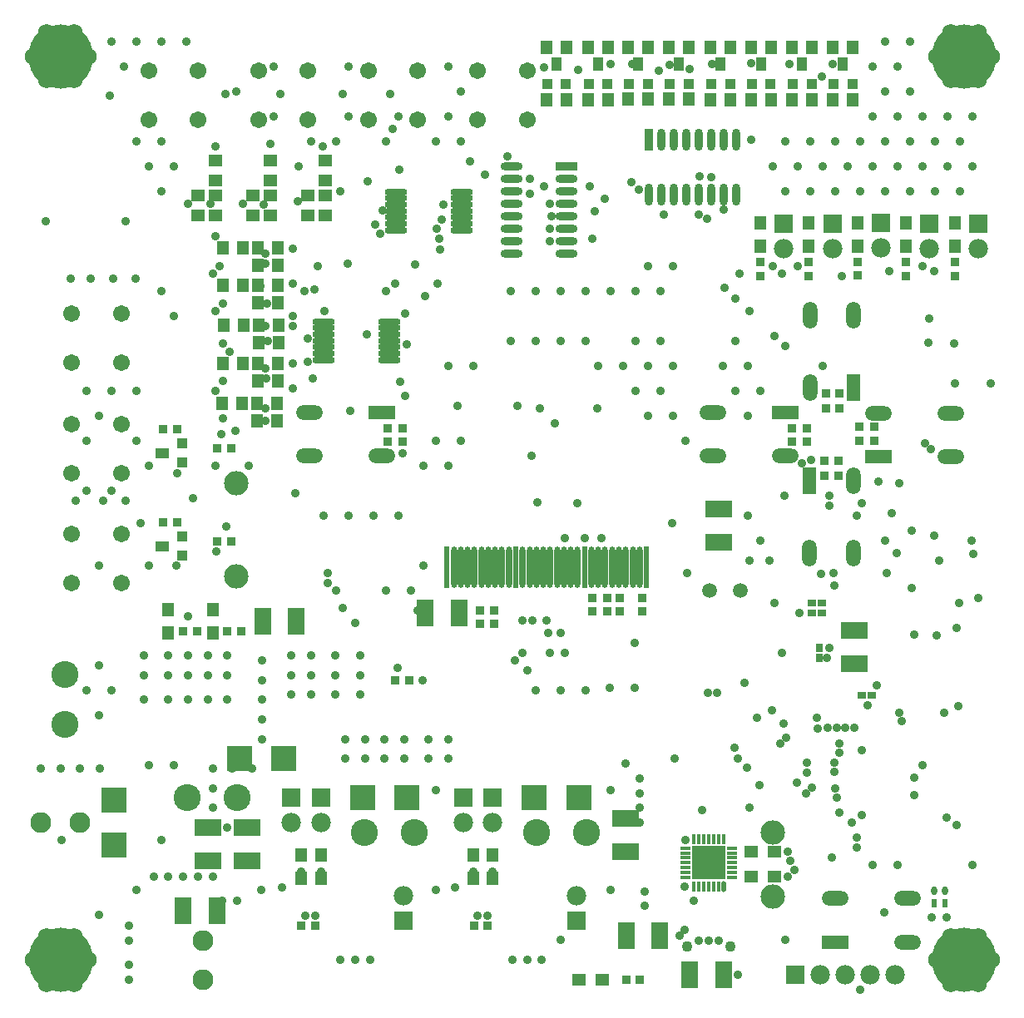
<source format=gbs>
%FSLAX24Y24*%
%MOIN*%
G70*
G01*
G75*
G04 Layer_Color=16711935*
%ADD10O,0.0709X0.0118*%
%ADD11O,0.0118X0.0709*%
%ADD12R,0.0571X0.0787*%
%ADD13R,0.0571X0.0354*%
%ADD14R,0.0315X0.0591*%
%ADD15R,0.0500X0.0360*%
%ADD16R,0.0360X0.0360*%
%ADD17R,0.0360X0.0500*%
%ADD18R,0.0360X0.0360*%
%ADD19R,0.0200X0.0500*%
%ADD20O,0.0394X0.1220*%
%ADD21R,0.0394X0.1220*%
%ADD22R,0.0200X0.0250*%
%ADD23R,0.0300X0.0300*%
%ADD24R,0.0236X0.0165*%
%ADD25R,0.0600X0.1000*%
%ADD26R,0.1000X0.0600*%
%ADD27R,0.0197X0.0906*%
%ADD28R,0.0787X0.0787*%
%ADD29R,0.0787X0.0984*%
%ADD30C,0.0500*%
%ADD31R,0.1181X0.0866*%
%ADD32R,0.0300X0.0300*%
%ADD33R,0.0866X0.1181*%
%ADD34O,0.0236X0.0866*%
%ADD35R,0.0590X0.0790*%
%ADD36R,0.1500X0.0790*%
%ADD37O,0.1220X0.0394*%
%ADD38R,0.1220X0.0394*%
%ADD39R,0.0787X0.0512*%
G04:AMPARAMS|DCode=40|XSize=78.7mil|YSize=51.2mil|CornerRadius=12.8mil|HoleSize=0mil|Usage=FLASHONLY|Rotation=180.000|XOffset=0mil|YOffset=0mil|HoleType=Round|Shape=RoundedRectangle|*
%AMROUNDEDRECTD40*
21,1,0.0787,0.0256,0,0,180.0*
21,1,0.0532,0.0512,0,0,180.0*
1,1,0.0256,-0.0266,0.0128*
1,1,0.0256,0.0266,0.0128*
1,1,0.0256,0.0266,-0.0128*
1,1,0.0256,-0.0266,-0.0128*
%
%ADD40ROUNDEDRECTD40*%
%ADD41C,0.0400*%
%ADD42C,0.0100*%
%ADD43C,0.0150*%
%ADD44C,0.0120*%
%ADD45C,0.0800*%
%ADD46C,0.1000*%
%ADD47C,0.0200*%
%ADD48C,0.0300*%
%ADD49C,0.0700*%
%ADD50C,0.0500*%
%ADD51C,0.0250*%
%ADD52C,0.0600*%
%ADD53R,0.4331X0.2953*%
%ADD54R,0.2362X0.2165*%
%ADD55R,0.3740X0.2953*%
%ADD56R,0.1378X0.0984*%
%ADD57R,0.5315X0.1378*%
%ADD58R,0.0591X0.0787*%
%ADD59R,0.0800X0.0800*%
%ADD60R,0.2510X0.3090*%
%ADD61R,0.0700X0.0700*%
%ADD62C,0.0700*%
%ADD63C,0.0591*%
%ADD64C,0.0900*%
%ADD65C,0.0354*%
%ADD66C,0.1000*%
%ADD67R,0.0700X0.0700*%
%ADD68C,0.0600*%
%ADD69C,0.2500*%
%ADD70C,0.0757*%
%ADD71C,0.0512*%
%ADD72C,0.0276*%
%ADD73R,0.0433X0.0492*%
%ADD74O,0.0800X0.0240*%
%ADD75R,0.0800X0.0240*%
%ADD76O,0.0240X0.0800*%
%ADD77R,0.0240X0.0800*%
%ADD78O,0.0827X0.0177*%
%ADD79O,0.0500X0.1000*%
%ADD80R,0.0500X0.1000*%
%ADD81O,0.1000X0.0500*%
%ADD82R,0.1000X0.0500*%
%ADD83R,0.0400X0.0500*%
%ADD84R,0.0500X0.0400*%
%ADD85R,0.0492X0.0433*%
%ADD86R,0.1280X0.1280*%
G04:AMPARAMS|DCode=87|XSize=9.8mil|YSize=35.4mil|CornerRadius=2.5mil|HoleSize=0mil|Usage=FLASHONLY|Rotation=0.000|XOffset=0mil|YOffset=0mil|HoleType=Round|Shape=RoundedRectangle|*
%AMROUNDEDRECTD87*
21,1,0.0098,0.0305,0,0,0.0*
21,1,0.0049,0.0354,0,0,0.0*
1,1,0.0049,0.0025,-0.0153*
1,1,0.0049,-0.0025,-0.0153*
1,1,0.0049,-0.0025,0.0153*
1,1,0.0049,0.0025,0.0153*
%
%ADD87ROUNDEDRECTD87*%
%ADD88R,0.0098X0.0354*%
%ADD89R,0.0354X0.0098*%
%ADD90R,0.0157X0.1575*%
%ADD91O,0.0157X0.1575*%
%ADD92R,0.0906X0.0906*%
%ADD93R,0.0906X0.0906*%
%ADD94R,0.0250X0.0200*%
%ADD95R,0.0157X0.0276*%
%ADD96O,0.0157X0.0276*%
%ADD97R,0.2362X0.3543*%
%ADD98R,0.5315X0.1575*%
%ADD99C,0.0040*%
%ADD100C,0.0098*%
%ADD101C,0.0236*%
%ADD102C,0.0050*%
%ADD103C,0.0079*%
%ADD104C,0.0060*%
%ADD105C,0.0080*%
%ADD106C,0.0059*%
%ADD107R,0.0197X0.0300*%
%ADD108R,0.0996X0.1000*%
%ADD109R,0.1000X0.0996*%
%ADD110O,0.0789X0.0198*%
%ADD111O,0.0198X0.0789*%
%ADD112R,0.0651X0.0867*%
%ADD113R,0.0651X0.0434*%
%ADD114R,0.0395X0.0671*%
%ADD115R,0.0580X0.0440*%
%ADD116R,0.0440X0.0440*%
%ADD117R,0.0440X0.0580*%
%ADD118R,0.0440X0.0440*%
%ADD119R,0.0280X0.0580*%
%ADD120O,0.0474X0.1300*%
%ADD121R,0.0474X0.1300*%
%ADD122R,0.0280X0.0330*%
%ADD123R,0.0380X0.0380*%
%ADD124R,0.0316X0.0245*%
%ADD125R,0.0680X0.1080*%
%ADD126R,0.1080X0.0680*%
%ADD127R,0.0277X0.0986*%
%ADD128R,0.0867X0.0867*%
%ADD129R,0.0867X0.1064*%
%ADD130C,0.0580*%
%ADD131R,0.1261X0.0946*%
%ADD132R,0.0380X0.0380*%
%ADD133R,0.0946X0.1261*%
%ADD134O,0.0316X0.0946*%
%ADD135R,0.0670X0.0870*%
%ADD136R,0.1580X0.0870*%
%ADD137O,0.1300X0.0474*%
%ADD138R,0.1300X0.0474*%
%ADD139R,0.0867X0.0592*%
G04:AMPARAMS|DCode=140|XSize=86.7mil|YSize=59.2mil|CornerRadius=16.8mil|HoleSize=0mil|Usage=FLASHONLY|Rotation=180.000|XOffset=0mil|YOffset=0mil|HoleType=Round|Shape=RoundedRectangle|*
%AMROUNDEDRECTD140*
21,1,0.0867,0.0256,0,0,180.0*
21,1,0.0532,0.0592,0,0,180.0*
1,1,0.0336,-0.0266,0.0128*
1,1,0.0336,0.0266,0.0128*
1,1,0.0336,0.0266,-0.0128*
1,1,0.0336,-0.0266,-0.0128*
%
%ADD140ROUNDEDRECTD140*%
%ADD141R,0.0780X0.0780*%
%ADD142C,0.0780*%
%ADD143C,0.0671*%
%ADD144C,0.0980*%
%ADD145C,0.0434*%
%ADD146C,0.1080*%
%ADD147R,0.0780X0.0780*%
%ADD148C,0.0680*%
%ADD149C,0.2580*%
%ADD150C,0.0837*%
%ADD151C,0.0592*%
%ADD152C,0.0356*%
%ADD153R,0.0513X0.0572*%
%ADD154O,0.0880X0.0320*%
%ADD155R,0.0880X0.0320*%
%ADD156O,0.0320X0.0880*%
%ADD157R,0.0320X0.0880*%
%ADD158O,0.0907X0.0257*%
%ADD159O,0.0580X0.1080*%
%ADD160R,0.0580X0.1080*%
%ADD161O,0.1080X0.0580*%
%ADD162R,0.1080X0.0580*%
%ADD163R,0.0480X0.0580*%
%ADD164R,0.0580X0.0480*%
%ADD165R,0.0572X0.0513*%
%ADD166R,0.1360X0.1360*%
G04:AMPARAMS|DCode=167|XSize=17.8mil|YSize=43.4mil|CornerRadius=6.5mil|HoleSize=0mil|Usage=FLASHONLY|Rotation=0.000|XOffset=0mil|YOffset=0mil|HoleType=Round|Shape=RoundedRectangle|*
%AMROUNDEDRECTD167*
21,1,0.0178,0.0305,0,0,0.0*
21,1,0.0049,0.0434,0,0,0.0*
1,1,0.0129,0.0025,-0.0153*
1,1,0.0129,-0.0025,-0.0153*
1,1,0.0129,-0.0025,0.0153*
1,1,0.0129,0.0025,0.0153*
%
%ADD167ROUNDEDRECTD167*%
%ADD168R,0.0178X0.0434*%
%ADD169R,0.0434X0.0178*%
%ADD170R,0.0237X0.1655*%
%ADD171O,0.0237X0.1655*%
%ADD172R,0.0986X0.0986*%
%ADD173R,0.0986X0.0986*%
%ADD174R,0.0330X0.0280*%
%ADD175R,0.0237X0.0356*%
%ADD176O,0.0237X0.0356*%
D115*
X5649Y18163D02*
D03*
Y21894D02*
D03*
D116*
X6449Y18543D02*
D03*
Y17793D02*
D03*
Y22274D02*
D03*
Y21524D02*
D03*
D117*
X21458Y37486D02*
D03*
X23112D02*
D03*
X24740Y37498D02*
D03*
X26373Y37495D02*
D03*
X28033Y37486D02*
D03*
X29647D02*
D03*
X31301D02*
D03*
X32939Y37485D02*
D03*
D118*
X21088Y36686D02*
D03*
X21838D02*
D03*
X22742D02*
D03*
X23492D02*
D03*
X24370Y36698D02*
D03*
X25120D02*
D03*
X26003Y36695D02*
D03*
X26753D02*
D03*
X27663Y36686D02*
D03*
X28413D02*
D03*
X29277D02*
D03*
X30027D02*
D03*
X30931D02*
D03*
X31681D02*
D03*
X32569Y36685D02*
D03*
X33319D02*
D03*
D122*
X32000Y13700D02*
D03*
Y14100D02*
D03*
D123*
X32200Y21600D02*
D03*
X32750D02*
D03*
X32200Y21000D02*
D03*
X32750D02*
D03*
X32800Y23700D02*
D03*
X32250D02*
D03*
X32800Y24300D02*
D03*
X32250D02*
D03*
X24803Y787D02*
D03*
X24253D02*
D03*
X8417Y18346D02*
D03*
X7867D02*
D03*
X6252Y19133D02*
D03*
X5702D02*
D03*
X6252Y22864D02*
D03*
X5702D02*
D03*
X8417Y22077D02*
D03*
X7867D02*
D03*
X18151Y2953D02*
D03*
X18701D02*
D03*
X11230Y2953D02*
D03*
X11780D02*
D03*
X15001Y12795D02*
D03*
X15551D02*
D03*
X7046Y14764D02*
D03*
X6496D02*
D03*
X8818D02*
D03*
X8268D02*
D03*
D125*
X16200Y15500D02*
D03*
X17550D02*
D03*
X25591Y2559D02*
D03*
X24241D02*
D03*
X26800Y984D02*
D03*
X28150D02*
D03*
X6496Y3543D02*
D03*
X7846D02*
D03*
X11024Y15157D02*
D03*
X9674D02*
D03*
D126*
X27953Y18307D02*
D03*
Y19657D02*
D03*
X24213Y5906D02*
D03*
Y7256D02*
D03*
X7480Y6890D02*
D03*
Y5540D02*
D03*
X9055D02*
D03*
Y6890D02*
D03*
X33400Y14800D02*
D03*
Y13450D02*
D03*
D132*
X35450Y29545D02*
D03*
X37410Y29550D02*
D03*
X33510Y29555D02*
D03*
X31560Y29550D02*
D03*
X29610D02*
D03*
X23500Y16100D02*
D03*
Y15550D02*
D03*
X24000D02*
D03*
Y16100D02*
D03*
X18950Y15600D02*
D03*
Y15050D02*
D03*
X24900Y16100D02*
D03*
Y15550D02*
D03*
X22900Y16100D02*
D03*
Y15550D02*
D03*
X18400Y15050D02*
D03*
Y15600D02*
D03*
X15300Y22900D02*
D03*
Y22350D02*
D03*
X33600Y22400D02*
D03*
Y22950D02*
D03*
X31500Y22900D02*
D03*
Y22350D02*
D03*
X14700Y22900D02*
D03*
Y22350D02*
D03*
X34200Y22400D02*
D03*
Y22950D02*
D03*
X30900Y22900D02*
D03*
Y22350D02*
D03*
X37410Y29000D02*
D03*
X31560D02*
D03*
X29610D02*
D03*
X33510Y29005D02*
D03*
X35450Y28995D02*
D03*
D141*
X36400Y31095D02*
D03*
X38360Y31100D02*
D03*
X34460Y31105D02*
D03*
X32510Y31100D02*
D03*
X30560D02*
D03*
X22244Y3150D02*
D03*
X15323Y3150D02*
D03*
X18898Y8071D02*
D03*
X17717D02*
D03*
X10827D02*
D03*
X12008D02*
D03*
D142*
X36400Y30095D02*
D03*
X38360Y30100D02*
D03*
X34460Y30105D02*
D03*
X32510Y30100D02*
D03*
X30560D02*
D03*
X35033Y988D02*
D03*
X22244Y4150D02*
D03*
X15323Y4150D02*
D03*
X18898Y7071D02*
D03*
X17717D02*
D03*
X10827D02*
D03*
X12008D02*
D03*
X34033Y988D02*
D03*
X33033Y988D02*
D03*
X32033Y988D02*
D03*
D143*
X5118Y37205D02*
D03*
X7087D02*
D03*
Y35236D02*
D03*
X5118D02*
D03*
X9528D02*
D03*
Y37205D02*
D03*
X11496D02*
D03*
Y35236D02*
D03*
X15906D02*
D03*
Y37205D02*
D03*
X13937D02*
D03*
Y35236D02*
D03*
X18307Y37205D02*
D03*
X20276D02*
D03*
Y35236D02*
D03*
X18307D02*
D03*
X2040Y16685D02*
D03*
Y18654D02*
D03*
X4008D02*
D03*
Y16685D02*
D03*
Y21095D02*
D03*
X2040D02*
D03*
Y23063D02*
D03*
X4008D02*
D03*
Y27473D02*
D03*
X2040D02*
D03*
Y25504D02*
D03*
X4008D02*
D03*
D144*
X30118Y6693D02*
D03*
Y4134D02*
D03*
X8614Y16968D02*
D03*
Y20699D02*
D03*
D145*
X28425Y2126D02*
D03*
X26693D02*
D03*
D146*
X1772Y11024D02*
D03*
Y13024D02*
D03*
X15748Y6693D02*
D03*
X13748D02*
D03*
X22669Y6693D02*
D03*
X20669D02*
D03*
X8661Y8071D02*
D03*
X6661D02*
D03*
D147*
X31033Y988D02*
D03*
D148*
X37245Y38748D02*
D03*
X38345D02*
D03*
X38895Y37795D02*
D03*
X38345Y36843D02*
D03*
X37245D02*
D03*
X36695Y37795D02*
D03*
X37245Y2527D02*
D03*
X38345D02*
D03*
X38895Y1575D02*
D03*
X38345Y622D02*
D03*
X37245D02*
D03*
X36695Y1575D02*
D03*
X1025Y38748D02*
D03*
X2125D02*
D03*
X2675Y37795D02*
D03*
X2125Y36843D02*
D03*
X1025D02*
D03*
X475Y37795D02*
D03*
X1025Y2527D02*
D03*
X2125D02*
D03*
X2675Y1575D02*
D03*
X2125Y622D02*
D03*
X1025D02*
D03*
X475Y1575D02*
D03*
D149*
X37795Y37795D02*
D03*
Y1575D02*
D03*
X1575Y37795D02*
D03*
Y1575D02*
D03*
D150*
X2362Y7087D02*
D03*
X787D02*
D03*
X7283Y2362D02*
D03*
Y787D02*
D03*
D151*
X27590Y16400D02*
D03*
X28810D02*
D03*
D152*
X38122Y35402D02*
D03*
X37622Y34402D02*
D03*
X38122Y33402D02*
D03*
X37622Y32402D02*
D03*
X38122Y5402D02*
D03*
X37122Y35402D02*
D03*
X36622Y34402D02*
D03*
X37122Y33402D02*
D03*
X36622Y32402D02*
D03*
X35622Y38402D02*
D03*
Y36402D02*
D03*
X36122Y35402D02*
D03*
X35622Y34402D02*
D03*
X36122Y33402D02*
D03*
X35622Y32402D02*
D03*
X36122Y29402D02*
D03*
Y9402D02*
D03*
X34622Y38402D02*
D03*
X35122Y37402D02*
D03*
X34622Y36402D02*
D03*
X35122Y35402D02*
D03*
X34622Y34402D02*
D03*
X35122Y33402D02*
D03*
X34622Y32402D02*
D03*
Y18402D02*
D03*
X35122Y5402D02*
D03*
X34122Y37402D02*
D03*
Y35402D02*
D03*
X33622Y34402D02*
D03*
X34122Y33402D02*
D03*
X33622Y32402D02*
D03*
X34122Y5402D02*
D03*
X33622Y402D02*
D03*
X32622Y34402D02*
D03*
X33122Y33402D02*
D03*
X32622Y32402D02*
D03*
X31622Y34402D02*
D03*
X32122Y33402D02*
D03*
X31622Y32402D02*
D03*
X32122Y25402D02*
D03*
X30622Y34402D02*
D03*
X31122Y33402D02*
D03*
X30622Y32402D02*
D03*
X31122Y29402D02*
D03*
X30622Y2402D02*
D03*
X30122Y33402D02*
D03*
Y29402D02*
D03*
X29622Y24402D02*
D03*
Y18402D02*
D03*
X28622Y26402D02*
D03*
X29122Y25402D02*
D03*
X28622Y24402D02*
D03*
X29122Y23402D02*
D03*
Y19402D02*
D03*
X28122Y25402D02*
D03*
X26622Y22402D02*
D03*
Y6402D02*
D03*
X26122Y29402D02*
D03*
X25622Y28402D02*
D03*
Y26402D02*
D03*
X26122Y25402D02*
D03*
X25622Y24402D02*
D03*
X26122Y23402D02*
D03*
X25122Y29402D02*
D03*
X24622Y28402D02*
D03*
Y26402D02*
D03*
X25122Y25402D02*
D03*
X24622Y24402D02*
D03*
X25122Y23402D02*
D03*
X23622Y28402D02*
D03*
X24122Y25402D02*
D03*
X23622Y8402D02*
D03*
Y4402D02*
D03*
X22622Y28402D02*
D03*
Y26402D02*
D03*
X23122Y25402D02*
D03*
X22622Y12402D02*
D03*
X21622Y28402D02*
D03*
Y26402D02*
D03*
Y12402D02*
D03*
Y2402D02*
D03*
X20622Y28402D02*
D03*
Y26402D02*
D03*
Y12402D02*
D03*
X19622Y28402D02*
D03*
Y26402D02*
D03*
X17622Y36402D02*
D03*
Y34402D02*
D03*
X18122Y25402D02*
D03*
X17622Y22402D02*
D03*
X17122Y37402D02*
D03*
Y35402D02*
D03*
X16622Y34402D02*
D03*
X17122Y25402D02*
D03*
X16622Y22402D02*
D03*
X17122Y21402D02*
D03*
X16622Y8402D02*
D03*
Y4402D02*
D03*
X16122Y21402D02*
D03*
Y17402D02*
D03*
X15622Y16402D02*
D03*
X15122Y35402D02*
D03*
X14622Y34402D02*
D03*
Y28402D02*
D03*
X15122Y19402D02*
D03*
X14622Y16402D02*
D03*
X14122Y19402D02*
D03*
X13122Y37402D02*
D03*
Y35402D02*
D03*
X12622Y34402D02*
D03*
X13122Y19402D02*
D03*
X12622Y16402D02*
D03*
X11622Y34402D02*
D03*
X12122Y19402D02*
D03*
X11122Y33402D02*
D03*
X10122Y37402D02*
D03*
Y35402D02*
D03*
X9622Y4402D02*
D03*
X8622Y36402D02*
D03*
X9122Y21402D02*
D03*
X6622Y38402D02*
D03*
X5622D02*
D03*
Y34402D02*
D03*
X6122Y33402D02*
D03*
X5622Y32402D02*
D03*
Y28402D02*
D03*
X6122Y27402D02*
D03*
Y9402D02*
D03*
X5622Y6402D02*
D03*
X4622Y38402D02*
D03*
Y34402D02*
D03*
X5122Y33402D02*
D03*
X4622Y24402D02*
D03*
Y22402D02*
D03*
X5122Y21402D02*
D03*
Y17402D02*
D03*
Y9402D02*
D03*
X4622Y4402D02*
D03*
X3622Y38402D02*
D03*
X4122Y37402D02*
D03*
X3622Y24402D02*
D03*
Y20402D02*
D03*
Y12402D02*
D03*
X2622Y24402D02*
D03*
X3122Y23402D02*
D03*
X2622Y22402D02*
D03*
Y20402D02*
D03*
X3122Y17402D02*
D03*
Y13402D02*
D03*
X2622Y12402D02*
D03*
X3122Y11402D02*
D03*
Y3402D02*
D03*
X1622Y6402D02*
D03*
X33700Y10000D02*
D03*
X4200Y31200D02*
D03*
X11700Y24900D02*
D03*
X30100Y11600D02*
D03*
X29500Y11300D02*
D03*
X13400Y15100D02*
D03*
X12900Y15700D02*
D03*
X34800Y29200D02*
D03*
X36600D02*
D03*
X30500Y29100D02*
D03*
X14900Y34900D02*
D03*
X8200Y36300D02*
D03*
X10400D02*
D03*
X12900D02*
D03*
X14800D02*
D03*
X11900Y29400D02*
D03*
X13100Y29500D02*
D03*
X15000Y28700D02*
D03*
X16200Y28200D02*
D03*
X16700Y28700D02*
D03*
X4800Y19100D02*
D03*
X4200Y20000D02*
D03*
X3300D02*
D03*
X2200D02*
D03*
X35800Y8900D02*
D03*
Y8200D02*
D03*
X29100Y9300D02*
D03*
X31100Y8700D02*
D03*
X23000Y31600D02*
D03*
X23400Y32100D02*
D03*
X22800Y32600D02*
D03*
X37500Y7000D02*
D03*
X33500Y6100D02*
D03*
X27532Y12300D02*
D03*
X37100Y7300D02*
D03*
X33500Y6500D02*
D03*
X27888Y12300D02*
D03*
X37500Y14900D02*
D03*
X36700Y14600D02*
D03*
X36400Y27300D02*
D03*
X30612Y26188D02*
D03*
X35790Y14610D02*
D03*
X32570Y17090D02*
D03*
X38350Y16080D02*
D03*
X37550Y11750D02*
D03*
X24590Y12490D02*
D03*
X23580Y12480D02*
D03*
X21630Y14670D02*
D03*
X21134Y14676D02*
D03*
X20098Y15192D02*
D03*
X21060Y15200D02*
D03*
X31940Y10860D02*
D03*
X32680Y8090D02*
D03*
X16940Y31840D02*
D03*
X33920Y11800D02*
D03*
X27150Y31450D02*
D03*
X31300Y21500D02*
D03*
X31650Y21630D02*
D03*
X27650Y32950D02*
D03*
X27502Y31299D02*
D03*
X24750Y32450D02*
D03*
X27200Y33000D02*
D03*
X24450Y32750D02*
D03*
X20950Y32600D02*
D03*
X35200Y20700D02*
D03*
X32043Y17055D02*
D03*
X32600Y16600D02*
D03*
X30831Y5550D02*
D03*
X30709Y5906D02*
D03*
X32640Y8460D02*
D03*
X31490Y9100D02*
D03*
X37000Y11500D02*
D03*
X33300Y7100D02*
D03*
X35300Y11139D02*
D03*
X35200Y11500D02*
D03*
X36462Y22038D02*
D03*
X38100Y18400D02*
D03*
X34349Y20749D02*
D03*
X32800Y7500D02*
D03*
X33700Y7400D02*
D03*
X37400Y26300D02*
D03*
X36350Y26330D02*
D03*
X26100Y19100D02*
D03*
X24600Y14300D02*
D03*
X36800Y17600D02*
D03*
X37600Y15900D02*
D03*
X38167Y17840D02*
D03*
X30560Y11040D02*
D03*
X30662Y10502D02*
D03*
X30411Y10251D02*
D03*
X32800Y9884D02*
D03*
Y10240D02*
D03*
X31486Y9488D02*
D03*
X32325Y10900D02*
D03*
X32600Y9132D02*
D03*
Y9488D02*
D03*
X32681Y10900D02*
D03*
X33392D02*
D03*
X31900Y11300D02*
D03*
X33037Y10900D02*
D03*
X36211Y22289D02*
D03*
X38851Y24700D02*
D03*
X12300Y16700D02*
D03*
Y17100D02*
D03*
X15100Y13300D02*
D03*
X28708Y9668D02*
D03*
X28600Y10100D02*
D03*
X29600Y8600D02*
D03*
X31449Y8249D02*
D03*
X31700Y8500D02*
D03*
X31000Y5196D02*
D03*
X29000Y12700D02*
D03*
X34700Y17100D02*
D03*
X37100Y3300D02*
D03*
X36500D02*
D03*
X30200Y15900D02*
D03*
X30000Y17600D02*
D03*
X30600Y20200D02*
D03*
X32900Y29000D02*
D03*
X35100Y17900D02*
D03*
X35700Y16500D02*
D03*
X27300Y7600D02*
D03*
X29200Y7700D02*
D03*
X32500Y5700D02*
D03*
X34300Y12600D02*
D03*
X19800Y13600D02*
D03*
X32400Y14100D02*
D03*
X32300Y13700D02*
D03*
X20450Y21800D02*
D03*
X25750Y31450D02*
D03*
X20400Y32300D02*
D03*
X15450Y26250D02*
D03*
X15400Y27500D02*
D03*
X13850Y26656D02*
D03*
X15800Y29450D02*
D03*
X16650Y30900D02*
D03*
X16850Y31250D02*
D03*
X16750Y30500D02*
D03*
X16800Y30050D02*
D03*
X21200Y30400D02*
D03*
Y30900D02*
D03*
X11500Y26500D02*
D03*
X11750Y28450D02*
D03*
X21250Y31400D02*
D03*
X11500Y25550D02*
D03*
X9829Y24871D02*
D03*
X10875Y25475D02*
D03*
X10900Y28700D02*
D03*
X12150Y27600D02*
D03*
X21200Y31900D02*
D03*
X20400Y32900D02*
D03*
X18600Y33050D02*
D03*
X14400Y30700D02*
D03*
X19500Y33800D02*
D03*
X24500Y37500D02*
D03*
X18000Y33600D02*
D03*
X29250Y34450D02*
D03*
X15200Y24750D02*
D03*
X10900Y24500D02*
D03*
X15150Y33250D02*
D03*
X22600Y18500D02*
D03*
X23250D02*
D03*
X10900Y30100D02*
D03*
X8363Y25963D02*
D03*
X9800Y29900D02*
D03*
X9600Y28600D02*
D03*
X9800Y25300D02*
D03*
Y23700D02*
D03*
Y23200D02*
D03*
X9890Y26400D02*
D03*
X9800Y29500D02*
D03*
X8100Y27900D02*
D03*
Y24800D02*
D03*
X7800Y24400D02*
D03*
Y27600D02*
D03*
X2000Y28900D02*
D03*
X2800D02*
D03*
X3700D02*
D03*
X4600D02*
D03*
X3543Y36220D02*
D03*
X1000Y31200D02*
D03*
X6700Y31900D02*
D03*
X7800Y34200D02*
D03*
X12100D02*
D03*
X10000Y34300D02*
D03*
X32100Y37000D02*
D03*
X26800Y37300D02*
D03*
X32520Y37480D02*
D03*
X30787D02*
D03*
X29252Y37520D02*
D03*
X27677Y37480D02*
D03*
X25984Y37441D02*
D03*
X23622Y37480D02*
D03*
X20945Y37362D02*
D03*
X25551Y37229D02*
D03*
X22323Y37244D02*
D03*
X6890Y20079D02*
D03*
X6693Y15354D02*
D03*
X26969Y3937D02*
D03*
X30709Y4921D02*
D03*
X28740Y984D02*
D03*
X26378Y2559D02*
D03*
X26575Y2795D02*
D03*
X27953Y2362D02*
D03*
X27559D02*
D03*
X26575Y4528D02*
D03*
X27165Y2362D02*
D03*
X8208Y18950D02*
D03*
X7814Y17966D02*
D03*
X6239Y17375D02*
D03*
X6252Y21092D02*
D03*
X26181Y9646D02*
D03*
X25000Y3740D02*
D03*
Y4331D02*
D03*
X24213Y9449D02*
D03*
X24803Y7087D02*
D03*
Y7677D02*
D03*
Y8268D02*
D03*
Y8858D02*
D03*
X11780Y3346D02*
D03*
X11386D02*
D03*
X12795Y1575D02*
D03*
X13976D02*
D03*
X13386D02*
D03*
X11220Y5118D02*
D03*
X12008D02*
D03*
X4331Y2953D02*
D03*
Y1378D02*
D03*
Y787D02*
D03*
Y2362D02*
D03*
X8661Y3937D02*
D03*
X8071D02*
D03*
X10472Y4488D02*
D03*
X18307Y3346D02*
D03*
X18701D02*
D03*
X17394Y4488D02*
D03*
X18110Y5118D02*
D03*
X18898D02*
D03*
X20866Y1575D02*
D03*
X20276D02*
D03*
X19685D02*
D03*
X7677Y4921D02*
D03*
X7087D02*
D03*
X6496D02*
D03*
X5906D02*
D03*
X5315D02*
D03*
X787Y9252D02*
D03*
X1575D02*
D03*
X2362D02*
D03*
X3150D02*
D03*
X12992Y9646D02*
D03*
X13780D02*
D03*
X14567D02*
D03*
X15354D02*
D03*
X16339D02*
D03*
X17126D02*
D03*
Y10433D02*
D03*
X16339D02*
D03*
X15354D02*
D03*
X14567D02*
D03*
X13780D02*
D03*
X12992D02*
D03*
X13583Y13780D02*
D03*
Y12992D02*
D03*
Y12205D02*
D03*
X12598D02*
D03*
X11614D02*
D03*
X10827D02*
D03*
Y12992D02*
D03*
Y13780D02*
D03*
X11614D02*
D03*
Y12992D02*
D03*
X12598D02*
D03*
Y13780D02*
D03*
X8268Y12008D02*
D03*
X7480D02*
D03*
X6693D02*
D03*
X5906D02*
D03*
X4921D02*
D03*
Y12992D02*
D03*
X5906D02*
D03*
X6693D02*
D03*
X7480D02*
D03*
Y13780D02*
D03*
X6693D02*
D03*
X5906D02*
D03*
X4921D02*
D03*
X8268D02*
D03*
Y12992D02*
D03*
X9646Y13583D02*
D03*
Y12795D02*
D03*
Y12008D02*
D03*
Y11220D02*
D03*
Y10433D02*
D03*
X7677Y9252D02*
D03*
X8465D02*
D03*
X9252D02*
D03*
X7677Y8465D02*
D03*
Y7677D02*
D03*
X8268Y6890D02*
D03*
X11000Y20300D02*
D03*
X15300Y21900D02*
D03*
X15400Y24200D02*
D03*
X13200Y23600D02*
D03*
X20800Y23700D02*
D03*
X21400Y23100D02*
D03*
X19900Y23800D02*
D03*
X17500D02*
D03*
X23100Y23700D02*
D03*
X22900Y30500D02*
D03*
X28800Y29100D02*
D03*
X15900Y15600D02*
D03*
X34600Y3500D02*
D03*
X30200Y26600D02*
D03*
X37429Y24700D02*
D03*
X30500Y13900D02*
D03*
X31200Y15500D02*
D03*
X28150Y31650D02*
D03*
X7800Y21400D02*
D03*
X16100Y12800D02*
D03*
X26700Y17100D02*
D03*
X21200Y13900D02*
D03*
X20100D02*
D03*
X20300Y13200D02*
D03*
X21800Y13900D02*
D03*
X20500Y15200D02*
D03*
X36600Y18600D02*
D03*
X7950Y29400D02*
D03*
X11350Y28400D02*
D03*
X10900Y27000D02*
D03*
X9855Y27900D02*
D03*
X10900Y27400D02*
D03*
X7700Y29100D02*
D03*
X9800Y27000D02*
D03*
X12800Y32400D02*
D03*
X11100Y32000D02*
D03*
X9728Y31843D02*
D03*
X8100Y26300D02*
D03*
Y23300D02*
D03*
X8024Y22667D02*
D03*
X8600Y22800D02*
D03*
X8900Y31900D02*
D03*
X7600D02*
D03*
X7800Y30600D02*
D03*
X13879Y32800D02*
D03*
X14200Y31050D02*
D03*
X14500Y31605D02*
D03*
X32400Y20200D02*
D03*
Y19800D02*
D03*
X22300Y19900D02*
D03*
X20690Y19920D02*
D03*
X33500Y19400D02*
D03*
X21800Y18500D02*
D03*
X33700Y19900D02*
D03*
X34900Y19500D02*
D03*
X35700Y18800D02*
D03*
X29200Y17570D02*
D03*
X28190Y28520D02*
D03*
X28640Y28100D02*
D03*
X29200Y27570D02*
D03*
D153*
X35450Y31108D02*
D03*
Y30182D02*
D03*
X37410Y31113D02*
D03*
Y30187D02*
D03*
X33510Y31118D02*
D03*
Y30192D02*
D03*
X31560Y31113D02*
D03*
Y30187D02*
D03*
X29610Y31113D02*
D03*
Y30187D02*
D03*
X11220Y5778D02*
D03*
Y4852D02*
D03*
X18110Y5778D02*
D03*
Y4852D02*
D03*
X18898Y5778D02*
D03*
Y4852D02*
D03*
X12008Y5778D02*
D03*
Y4852D02*
D03*
X5906Y14695D02*
D03*
Y15620D02*
D03*
X7677Y14695D02*
D03*
Y15620D02*
D03*
D154*
X19650Y32400D02*
D03*
Y29900D02*
D03*
X21850Y30400D02*
D03*
X19650Y31900D02*
D03*
X21850Y29900D02*
D03*
Y32900D02*
D03*
Y32400D02*
D03*
Y31900D02*
D03*
Y31400D02*
D03*
Y30900D02*
D03*
X19650Y31400D02*
D03*
Y32900D02*
D03*
Y30400D02*
D03*
Y30900D02*
D03*
Y33400D02*
D03*
D155*
X21850D02*
D03*
D156*
X26150Y32250D02*
D03*
X28650D02*
D03*
X28150Y34450D02*
D03*
X26650Y32250D02*
D03*
X28650Y34450D02*
D03*
X25650D02*
D03*
X26150D02*
D03*
X26650D02*
D03*
X27150D02*
D03*
X27650D02*
D03*
X27150Y32250D02*
D03*
X25650D02*
D03*
X28150D02*
D03*
X27650D02*
D03*
X25150D02*
D03*
D157*
Y34450D02*
D03*
D158*
X14769Y26912D02*
D03*
Y26656D02*
D03*
Y26400D02*
D03*
Y26144D02*
D03*
Y25888D02*
D03*
Y25632D02*
D03*
Y27168D02*
D03*
X12131D02*
D03*
Y26912D02*
D03*
Y26656D02*
D03*
Y26400D02*
D03*
Y26144D02*
D03*
Y25888D02*
D03*
Y25632D02*
D03*
X17669Y32112D02*
D03*
Y31856D02*
D03*
Y31600D02*
D03*
Y31344D02*
D03*
Y31088D02*
D03*
Y30832D02*
D03*
Y32368D02*
D03*
X15031D02*
D03*
Y32112D02*
D03*
Y31856D02*
D03*
Y31600D02*
D03*
Y31344D02*
D03*
Y31088D02*
D03*
Y30832D02*
D03*
D159*
X31618Y27406D02*
D03*
Y24506D02*
D03*
X33368Y27406D02*
D03*
X33343Y17869D02*
D03*
Y20769D02*
D03*
X31593Y17869D02*
D03*
D160*
X33368Y24506D02*
D03*
X31593Y20769D02*
D03*
D161*
X27712Y21775D02*
D03*
X30612D02*
D03*
X27712Y23525D02*
D03*
X37249Y23500D02*
D03*
X34349D02*
D03*
X37249Y21750D02*
D03*
X11570Y21775D02*
D03*
X14470D02*
D03*
X11570Y23525D02*
D03*
X35533Y4038D02*
D03*
X32633D02*
D03*
X35533Y2288D02*
D03*
D162*
X30612Y23525D02*
D03*
X34349Y21750D02*
D03*
X14470Y23525D02*
D03*
X32633Y2288D02*
D03*
D163*
X8870Y23898D02*
D03*
X8070D02*
D03*
X9470D02*
D03*
X10270D02*
D03*
X9470Y23198D02*
D03*
X10270D02*
D03*
X8875Y25475D02*
D03*
X8075D02*
D03*
X9475D02*
D03*
X10275D02*
D03*
X9475Y24775D02*
D03*
X10275D02*
D03*
X8908Y27010D02*
D03*
X8108D02*
D03*
X9508D02*
D03*
X10308D02*
D03*
X9508Y26310D02*
D03*
X10308D02*
D03*
X8884Y28623D02*
D03*
X8084D02*
D03*
X9484D02*
D03*
X10284D02*
D03*
X9484Y27923D02*
D03*
X10284D02*
D03*
X8875Y30125D02*
D03*
X8075D02*
D03*
X9475D02*
D03*
X10275D02*
D03*
X9475Y29425D02*
D03*
X10275D02*
D03*
X21058Y38146D02*
D03*
X21858D02*
D03*
Y36066D02*
D03*
X21058D02*
D03*
X22712Y38146D02*
D03*
X23512D02*
D03*
Y36066D02*
D03*
X22712D02*
D03*
X24340Y38158D02*
D03*
X25140D02*
D03*
Y36078D02*
D03*
X24340D02*
D03*
X25973Y38155D02*
D03*
X26773D02*
D03*
Y36075D02*
D03*
X25973D02*
D03*
X27633Y38146D02*
D03*
X28433D02*
D03*
Y36066D02*
D03*
X27633D02*
D03*
X29247Y38146D02*
D03*
X30047D02*
D03*
Y36066D02*
D03*
X29247D02*
D03*
X30901Y38146D02*
D03*
X31701D02*
D03*
Y36066D02*
D03*
X30901D02*
D03*
X33339Y36065D02*
D03*
X32539D02*
D03*
Y38145D02*
D03*
X33339D02*
D03*
D164*
X7775Y32825D02*
D03*
Y33625D02*
D03*
Y32225D02*
D03*
Y31425D02*
D03*
X7075Y32225D02*
D03*
Y31425D02*
D03*
X9975Y32825D02*
D03*
Y33625D02*
D03*
Y32225D02*
D03*
Y31425D02*
D03*
X9275Y32225D02*
D03*
Y31425D02*
D03*
X12175Y32225D02*
D03*
Y31425D02*
D03*
X11475Y32225D02*
D03*
Y31425D02*
D03*
X12175Y32825D02*
D03*
Y33625D02*
D03*
D165*
X22372Y787D02*
D03*
X23297D02*
D03*
X29262Y5906D02*
D03*
X30187D02*
D03*
X29262Y4921D02*
D03*
X30187D02*
D03*
D166*
X27559Y5472D02*
D03*
D167*
X28150Y4528D02*
D03*
D168*
X27953D02*
D03*
X27756D02*
D03*
X27559D02*
D03*
X27362D02*
D03*
X27165D02*
D03*
X26969D02*
D03*
Y6417D02*
D03*
X27165D02*
D03*
X27362D02*
D03*
X27559D02*
D03*
X27756D02*
D03*
X27953D02*
D03*
X28150D02*
D03*
D169*
X26614Y4882D02*
D03*
Y5079D02*
D03*
Y5276D02*
D03*
Y5472D02*
D03*
Y5669D02*
D03*
Y5866D02*
D03*
Y6063D02*
D03*
X28504D02*
D03*
Y5866D02*
D03*
Y5669D02*
D03*
Y5472D02*
D03*
Y5276D02*
D03*
Y5079D02*
D03*
Y4882D02*
D03*
D170*
X17067Y17323D02*
D03*
X19823D02*
D03*
X22579D02*
D03*
X25059D02*
D03*
D171*
X17343D02*
D03*
X17618D02*
D03*
X17894D02*
D03*
X18169D02*
D03*
X18445D02*
D03*
X18720D02*
D03*
X18996D02*
D03*
X19272D02*
D03*
X19547D02*
D03*
X20098D02*
D03*
X20374D02*
D03*
X20650D02*
D03*
X20925D02*
D03*
X21201D02*
D03*
X22028D02*
D03*
X22303D02*
D03*
X22854D02*
D03*
X23130D02*
D03*
X23406D02*
D03*
X23681D02*
D03*
X23957D02*
D03*
X24232D02*
D03*
X24508D02*
D03*
X24783D02*
D03*
X21752D02*
D03*
X21476D02*
D03*
D172*
X3740Y7972D02*
D03*
Y6201D02*
D03*
D173*
X15453Y8071D02*
D03*
X13681D02*
D03*
X22343D02*
D03*
X20571D02*
D03*
X10532Y9646D02*
D03*
X8760D02*
D03*
D174*
X31700Y15500D02*
D03*
X32100D02*
D03*
X31700Y15900D02*
D03*
X32100D02*
D03*
X34100Y12200D02*
D03*
X33700D02*
D03*
D175*
X37017Y3844D02*
D03*
X36583D02*
D03*
D176*
X37017Y4356D02*
D03*
X36583D02*
D03*
M02*

</source>
